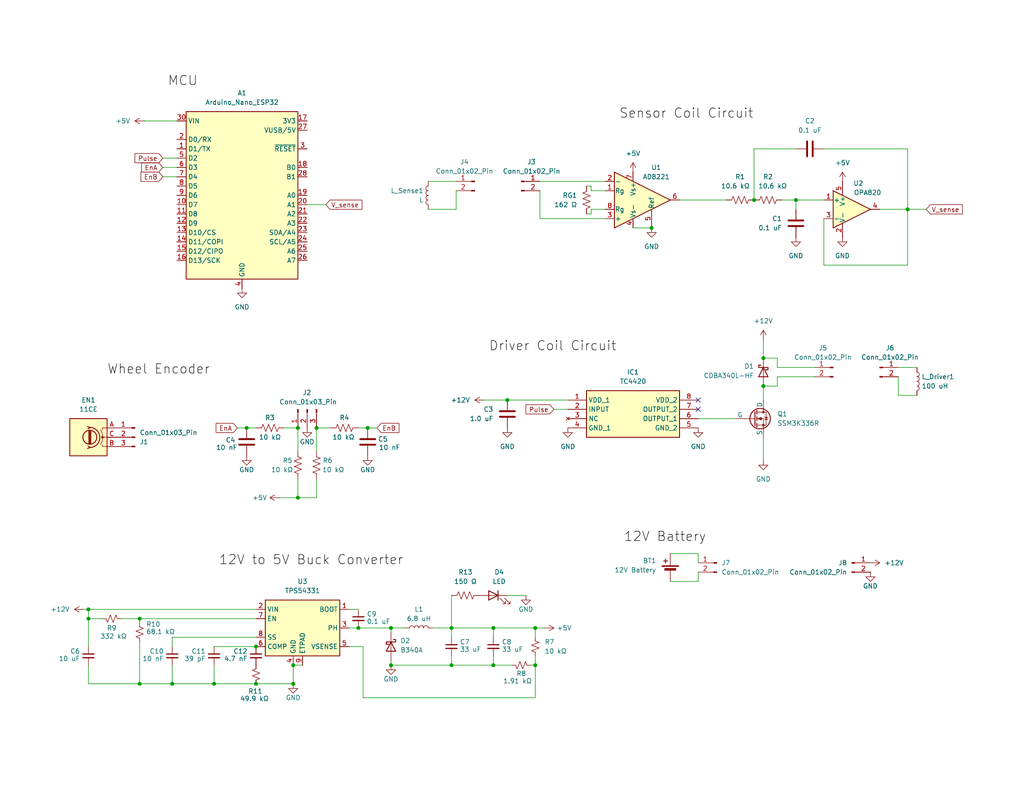
<source format=kicad_sch>
(kicad_sch (version 20250114) (generator "eeschema") (generator_version "9.0")
  (paper "USLetter")
  (title_block (title "NDT Scanner Device") (date "2025-11-24") (rev "3"))
  (lib_symbols
    (symbol "Amplifier_Instrumentation:AD620" (pin_names (offset 0.127))
      (property "Reference" "U" (at 3.81 7.62 0))
      (property "Value" "AD620" (at 5.08 5.08 0))
      (symbol "AD620_0_1"
        (polyline (pts (xy -7.62 7.62) (xy -7.62 -7.62) (xy 7.62 0) (xy -7.62 7.62)) (stroke (width 0.254)) (fill (type background)))
      )
      (symbol "AD620_1_1"
        (pin input line (at -10.16 5.08 0) (length 2.54) (name "-") (number "2"))
        (pin passive line (at -10.16 2.54 0) (length 2.54) (name "Rg") (number "1"))
        (pin passive line (at -10.16 -2.54 0) (length 2.54) (name "Rg") (number "8"))
        (pin input line (at -10.16 -5.08 0) (length 2.54) (name "+") (number "3"))
        (pin power_in line (at -2.54 7.62 270) (length 2.54) (name "Vs+") (number "7"))
        (pin power_in line (at -2.54 -7.62 90) (length 2.54) (name "Vs-") (number "4"))
        (pin passive line (at 2.54 -7.62 90) (length 5.08) (name "Ref") (number "5"))
        (pin output line (at 10.16 0 180) (length 2.54) (name "~") (number "6"))
      )
    )
    (symbol "Amplifier_Operational:TLV172IDCK" (pin_names (offset 0.127))
      (property "Reference" "U" (at 7.62 2.54 0))
      (property "Value" "TLV172IDCK" (at 11.43 -2.54 0))
      (symbol "TLV172IDCK_0_1"
        (polyline (pts (xy -2.54 5.08) (xy -2.54 -5.08) (xy 7.62 0) (xy -2.54 5.08)) (stroke (width 0.254)) (fill (type background)))
      )
      (symbol "TLV172IDCK_1_1"
        (pin input line (at -5.08 2.54 0) (length 2.54) (name "+") (number "1"))
        (pin input line (at -5.08 -2.54 0) (length 2.54) (name "-") (number "3"))
        (pin power_in line (at 0 7.62 270) (length 3.81) (name "V+") (number "5"))
        (pin power_in line (at 0 -7.62 90) (length 3.81) (name "V-") (number "2"))
        (pin output line (at 10.16 0 180) (length 2.54) (name "~") (number "4"))
      )
    )
    (symbol "Connector:Conn_01x02_Pin" (pin_names (offset 1.016) (hide yes))
      (property "Reference" "J" (at 0 2.54 0))
      (property "Value" "Conn_01x02_Pin" (at 0 -5.08 0))
      (symbol "Conn_01x02_Pin_1_1"
        (rectangle (start 0.8636 0.127) (end 0 -0.127) (stroke (width 0.1524)) (fill (type outline)))
        (rectangle (start 0.8636 -2.413) (end 0 -2.667) (stroke (width 0.1524)) (fill (type outline)))
        (polyline (pts (xy 1.27 0) (xy 0.8636 0)) (stroke (width 0.1524)))
        (polyline (pts (xy 1.27 -2.54) (xy 0.8636 -2.54)) (stroke (width 0.1524)))
        (pin passive line (at 5.08 0 180) (length 3.81) (name "Pin_1") (number "1"))
        (pin passive line (at 5.08 -2.54 180) (length 3.81) (name "Pin_2") (number "2"))
      )
    )
    (symbol "Connector:Conn_01x03_Pin" (pin_names (offset 1.016) (hide yes))
      (property "Reference" "J" (at 0 5.08 0))
      (property "Value" "Conn_01x03_Pin" (at 0 -5.08 0))
      (symbol "Conn_01x03_Pin_1_1"
        (rectangle (start 0.8636 2.667) (end 0 2.413) (stroke (width 0.1524)) (fill (type outline)))
        (rectangle (start 0.8636 0.127) (end 0 -0.127) (stroke (width 0.1524)) (fill (type outline)))
        (rectangle (start 0.8636 -2.413) (end 0 -2.667) (stroke (width 0.1524)) (fill (type outline)))
        (polyline (pts (xy 1.27 2.54) (xy 0.8636 2.54)) (stroke (width 0.1524)))
        (polyline (pts (xy 1.27 0) (xy 0.8636 0)) (stroke (width 0.1524)))
        (polyline (pts (xy 1.27 -2.54) (xy 0.8636 -2.54)) (stroke (width 0.1524)))
        (pin passive line (at 5.08 2.54 180) (length 3.81) (name "Pin_1") (number "1"))
        (pin passive line (at 5.08 0 180) (length 3.81) (name "Pin_2") (number "2"))
        (pin passive line (at 5.08 -2.54 180) (length 3.81) (name "Pin_3") (number "3"))
      )
    )
    (symbol "Device:Battery_Cell" (pin_numbers (hide yes)) (pin_names (offset 0) (hide yes))
      (property "Reference" "BT" (at 2.54 2.54 0))
      (property "Value" "Battery_Cell" (at 2.54 0 0))
      (symbol "Battery_Cell_0_1"
        (rectangle (start -2.286 1.778) (end 2.286 1.524) (fill (type outline)))
        (rectangle (start -1.524 1.016) (end 1.524 0.508) (fill (type outline)))
        (polyline (pts (xy 0 1.778) (xy 0 2.54)))
        (polyline (pts (xy 0 0.762) (xy 0 0)))
        (polyline (pts (xy 0.762 3.048) (xy 1.778 3.048)) (stroke (width 0.254)))
        (polyline (pts (xy 1.27 3.556) (xy 1.27 2.54)) (stroke (width 0.254)))
      )
      (symbol "Battery_Cell_1_1"
        (pin passive line (at 0 5.08 270) (length 2.54) (name "+") (number "1"))
        (pin passive line (at 0 -2.54 90) (length 2.54) (name "-") (number "2"))
      )
    )
    (symbol "Device:C" (pin_numbers (hide yes)) (pin_names (offset 0.254))
      (property "Reference" "C" (at 0.635 2.54 0))
      (property "Value" "C" (at 0.635 -2.54 0))
      (symbol "C_0_1"
        (polyline (pts (xy -2.032 0.762) (xy 2.032 0.762)) (stroke (width 0.508)))
        (polyline (pts (xy -2.032 -0.762) (xy 2.032 -0.762)) (stroke (width 0.508)))
      )
      (symbol "C_1_1"
        (pin passive line (at 0 3.81 270) (length 2.794) (name "~") (number "1"))
        (pin passive line (at 0 -3.81 90) (length 2.794) (name "~") (number "2"))
      )
    )
    (symbol "Device:C_Small" (pin_numbers (hide yes)) (pin_names (offset 0.254) (hide yes))
      (property "Reference" "C" (at 0.254 1.778 0))
      (property "Value" "C_Small" (at 0.254 -2.032 0))
      (symbol "C_Small_0_1"
        (polyline (pts (xy -1.524 0.508) (xy 1.524 0.508)) (stroke (width 0.3048)))
        (polyline (pts (xy -1.524 -0.508) (xy 1.524 -0.508)) (stroke (width 0.3302)))
      )
      (symbol "C_Small_1_1"
        (pin passive line (at 0 2.54 270) (length 2.032) (name "~") (number "1"))
        (pin passive line (at 0 -2.54 90) (length 2.032) (name "~") (number "2"))
      )
    )
    (symbol "Device:D_Schottky" (pin_numbers (hide yes)) (pin_names (offset 1.016) (hide yes))
      (property "Reference" "D" (at 0 2.54 0))
      (property "Value" "D_Schottky" (at 0 -2.54 0))
      (symbol "D_Schottky_0_1"
        (polyline (pts (xy -1.905 0.635) (xy -1.905 1.27) (xy -1.27 1.27) (xy -1.27 -1.27) (xy -0.635 -1.27) (xy -0.635 -0.635)) (stroke (width 0.254)))
        (polyline (pts (xy 1.27 1.27) (xy 1.27 -1.27) (xy -1.27 0) (xy 1.27 1.27)) (stroke (width 0.254)))
        (polyline (pts (xy 1.27 0) (xy -1.27 0)))
      )
      (symbol "D_Schottky_1_1"
        (pin passive line (at -3.81 0 0) (length 2.54) (name "K") (number "1"))
        (pin passive line (at 3.81 0 180) (length 2.54) (name "A") (number "2"))
      )
    )
    (symbol "Device:L" (pin_numbers (hide yes)) (pin_names (offset 1.016) (hide yes))
      (property "Reference" "L" (at -1.27 0 90))
      (property "Value" "L" (at 1.905 0 90))
      (symbol "L_0_1"
        (arc (start 0 2.54) (mid 0.6323 1.905) (end 0 1.27))
        (arc (start 0 1.27) (mid 0.6323 0.635) (end 0 0))
        (arc (start 0 0) (mid 0.6323 -0.635) (end 0 -1.27))
        (arc (start 0 -1.27) (mid 0.6323 -1.905) (end 0 -2.54))
      )
      (symbol "L_1_1"
        (pin passive line (at 0 3.81 270) (length 1.27) (name "1") (number "1"))
        (pin passive line (at 0 -3.81 90) (length 1.27) (name "2") (number "2"))
      )
    )
    (symbol "Device:LED" (pin_numbers (hide yes)) (pin_names (offset 1.016) (hide yes))
      (property "Reference" "D" (at 0 2.54 0))
      (property "Value" "LED" (at 0 -2.54 0))
      (symbol "LED_0_1"
        (polyline (pts (xy -3.048 -0.762) (xy -4.572 -2.286) (xy -3.81 -2.286) (xy -4.572 -2.286) (xy -4.572 -1.524)))
        (polyline (pts (xy -1.778 -0.762) (xy -3.302 -2.286) (xy -2.54 -2.286) (xy -3.302 -2.286) (xy -3.302 -1.524)))
        (polyline (pts (xy -1.27 0) (xy 1.27 0)))
        (polyline (pts (xy -1.27 -1.27) (xy -1.27 1.27)) (stroke (width 0.254)))
        (polyline (pts (xy 1.27 -1.27) (xy 1.27 1.27) (xy -1.27 0) (xy 1.27 -1.27)) (stroke (width 0.254)))
      )
      (symbol "LED_1_1"
        (pin passive line (at -3.81 0 0) (length 2.54) (name "K") (number "1"))
        (pin passive line (at 3.81 0 180) (length 2.54) (name "A") (number "2"))
      )
    )
    (symbol "Device:R_Small_US" (pin_numbers (hide yes)) (pin_names (offset 0.254) (hide yes))
      (property "Reference" "R" (at 0.762 0.508 0))
      (property "Value" "R_Small_US" (at 0.762 -1.016 0))
      (symbol "R_Small_US_1_1"
        (polyline (pts (xy 0 1.524) (xy 1.016 1.143) (xy 0 0.762) (xy -1.016 0.381) (xy 0 0)))
        (polyline (pts (xy 0 0) (xy 1.016 -0.381) (xy 0 -0.762) (xy -1.016 -1.143) (xy 0 -1.524)))
        (pin passive line (at 0 2.54 270) (length 1.016) (name "~") (number "1"))
        (pin passive line (at 0 -2.54 90) (length 1.016) (name "~") (number "2"))
      )
    )
    (symbol "Device:R_US" (pin_numbers (hide yes)) (pin_names (offset 0))
      (property "Reference" "R" (at 2.54 0 90))
      (property "Value" "R_US" (at -2.54 0 90))
      (symbol "R_US_0_1"
        (polyline (pts (xy 0 2.286) (xy 0 2.54)))
        (polyline (pts (xy 0 2.286) (xy 1.016 1.905) (xy 0 1.524) (xy -1.016 1.143) (xy 0 0.762)))
        (polyline (pts (xy 0 0.762) (xy 1.016 0.381) (xy 0 0) (xy -1.016 -0.381) (xy 0 -0.762)))
        (polyline (pts (xy 0 -0.762) (xy 1.016 -1.143) (xy 0 -1.524) (xy -1.016 -1.905) (xy 0 -2.286)))
        (polyline (pts (xy 0 -2.286) (xy 0 -2.54)))
      )
      (symbol "R_US_1_1"
        (pin passive line (at 0 3.81 270) (length 1.27) (name "~") (number "1"))
        (pin passive line (at 0 -3.81 90) (length 1.27) (name "~") (number "2"))
      )
    )
    (symbol "Device:RotaryEncoder" (pin_names (offset 0.254) (hide yes))
      (property "Reference" "SW" (at 0 6.604 0))
      (property "Value" "RotaryEncoder" (at 0 -6.604 0))
      (symbol "RotaryEncoder_0_1"
        (rectangle (start -5.08 5.08) (end 5.08 -5.08) (stroke (width 0.254)) (fill (type background)))
        (polyline (pts (xy -5.08 2.54) (xy -3.81 2.54) (xy -3.81 2.032)))
        (polyline (pts (xy -5.08 0) (xy -3.81 0) (xy -3.81 -1.016) (xy -3.302 -2.032)))
        (polyline (pts (xy -5.08 -2.54) (xy -3.81 -2.54) (xy -3.81 -2.032)))
        (polyline (pts (xy -4.318 0) (xy -3.81 0) (xy -3.81 1.016) (xy -3.302 2.032)))
        (circle (center -3.81 0) (radius 0.254) (fill (type outline)))
        (polyline (pts (xy -0.635 -1.778) (xy -0.635 1.778)) (stroke (width 0.254)))
        (circle (center -0.381 0) (radius 1.905) (stroke (width 0.254)))
        (polyline (pts (xy -0.381 -1.778) (xy -0.381 1.778)) (stroke (width 0.254)))
        (arc (start -0.381 -2.794) (mid -3.0988 -0.0635) (end -0.381 2.667) (stroke (width 0.254)))
        (polyline (pts (xy -0.127 1.778) (xy -0.127 -1.778)) (stroke (width 0.254)))
        (polyline (pts (xy 0.254 2.921) (xy -0.508 2.667) (xy 0.127 2.286)) (stroke (width 0.254)))
        (polyline (pts (xy 0.254 -3.048) (xy -0.508 -2.794) (xy 0.127 -2.413)) (stroke (width 0.254)))
      )
      (symbol "RotaryEncoder_1_1"
        (pin passive line (at -7.62 2.54 0) (length 2.54) (name "A") (number "A"))
        (pin passive line (at -7.62 0 0) (length 2.54) (name "C") (number "C"))
        (pin passive line (at -7.62 -2.54 0) (length 2.54) (name "B") (number "B"))
      )
    )
    (symbol "Diode:SS34" (pin_numbers (hide yes)) (pin_names (offset 1.016) (hide yes))
      (property "Reference" "D" (at 0 2.54 0))
      (property "Value" "SS34" (at 0 -2.54 0))
      (symbol "SS34_0_1"
        (polyline (pts (xy -1.905 0.635) (xy -1.905 1.27) (xy -1.27 1.27) (xy -1.27 -1.27) (xy -0.635 -1.27) (xy -0.635 -0.635)) (stroke (width 0.254)))
        (polyline (pts (xy 1.27 1.27) (xy 1.27 -1.27) (xy -1.27 0) (xy 1.27 1.27)) (stroke (width 0.254)))
        (polyline (pts (xy 1.27 0) (xy -1.27 0)))
      )
      (symbol "SS34_1_1"
        (pin passive line (at -3.81 0 0) (length 2.54) (name "K") (number "1"))
        (pin passive line (at 3.81 0 180) (length 2.54) (name "A") (number "2"))
      )
    )
    (symbol "MCU_Module:Arduino_Nano_ESP32"
      (property "Reference" "A" (at -14.986 23.622 0))
      (property "Value" "Arduino_Nano_ESP32" (at 3.81 -25.654 0))
      (symbol "Arduino_Nano_ESP32_0_1"
        (rectangle (start -15.24 22.86) (end 15.24 -22.86) (stroke (width 0.254)) (fill (type background)))
      )
      (symbol "Arduino_Nano_ESP32_1_1"
        (pin power_in line (at -17.78 20.32 0) (length 2.54) (name "VIN") (number "30"))
        (pin bidirectional line (at -17.78 15.24 0) (length 2.54) (name "D0/RX") (number "2"))
        (pin bidirectional line (at -17.78 12.7 0) (length 2.54) (name "D1/TX") (number "1"))
        (pin bidirectional line (at -17.78 10.16 0) (length 2.54) (name "D2") (number "5"))
        (pin bidirectional line (at -17.78 7.62 0) (length 2.54) (name "D3") (number "6"))
        (pin bidirectional line (at -17.78 5.08 0) (length 2.54) (name "D4") (number "7"))
        (pin bidirectional line (at -17.78 2.54 0) (length 2.54) (name "D5") (number "8"))
        (pin bidirectional line (at -17.78 0 0) (length 2.54) (name "D6") (number "9"))
        (pin bidirectional line (at -17.78 -2.54 0) (length 2.54) (name "D7") (number "10"))
        (pin bidirectional line (at -17.78 -5.08 0) (length 2.54) (name "D8") (number "11"))
        (pin bidirectional line (at -17.78 -7.62 0) (length 2.54) (name "D9") (number "12"))
        (pin bidirectional line (at -17.78 -10.16 0) (length 2.54) (name "D10/CS") (number "13"))
        (pin bidirectional line (at -17.78 -12.7 0) (length 2.54) (name "D11/COPI") (number "14"))
        (pin bidirectional line (at -17.78 -15.24 0) (length 2.54) (name "D12/CIPO") (number "15"))
        (pin bidirectional line (at -17.78 -17.78 0) (length 2.54) (name "D13/SCK") (number "16"))
        (pin passive line (at 0 -25.4 90) (length 2.54) (hide yes) (name "GND") (number "29"))
        (pin power_in line (at 0 -25.4 90) (length 2.54) (name "GND") (number "4"))
        (pin power_out line (at 17.78 20.32 180) (length 2.54) (name "3V3") (number "17"))
        (pin power_out line (at 17.78 17.78 180) (length 2.54) (name "VUSB/5V") (number "27"))
        (pin input line (at 17.78 12.7 180) (length 2.54) (name "~{RESET}") (number "3"))
        (pin bidirectional line (at 17.78 7.62 180) (length 2.54) (name "B0") (number "18"))
        (pin bidirectional line (at 17.78 5.08 180) (length 2.54) (name "B1") (number "28"))
        (pin bidirectional line (at 17.78 0 180) (length 2.54) (name "A0") (number "19"))
        (pin bidirectional line (at 17.78 -2.54 180) (length 2.54) (name "A1") (number "20"))
        (pin bidirectional line (at 17.78 -5.08 180) (length 2.54) (name "A2") (number "21"))
        (pin bidirectional line (at 17.78 -7.62 180) (length 2.54) (name "A3") (number "22"))
        (pin bidirectional line (at 17.78 -10.16 180) (length 2.54) (name "SDA/A4") (number "23"))
        (pin bidirectional line (at 17.78 -12.7 180) (length 2.54) (name "SCL/A5") (number "24"))
        (pin bidirectional line (at 17.78 -15.24 180) (length 2.54) (name "A6") (number "25"))
        (pin bidirectional line (at 17.78 -17.78 180) (length 2.54) (name "A7") (number "26"))
      )
    )
    (symbol "Regulator_Switching:TPS54336ADDA"
      (property "Reference" "U" (at -8.89 8.89 0))
      (property "Value" "TPS54336ADDA" (at 3.81 8.89 0))
      (symbol "TPS54336ADDA_1_1"
        (rectangle (start -10.16 7.62) (end 10.16 -7.62) (stroke (width 0.254)) (fill (type background)))
        (pin power_in line (at -12.7 5.08 0) (length 2.54) (name "VIN") (number "2"))
        (pin input line (at -12.7 2.54 0) (length 2.54) (name "EN") (number "7"))
        (pin output line (at -12.7 -2.54 0) (length 2.54) (name "SS") (number "8"))
        (pin output line (at -12.7 -5.08 0) (length 2.54) (name "COMP") (number "6"))
        (pin power_in line (at -2.54 -10.16 90) (length 2.54) (name "GND") (number "4"))
        (pin power_in line (at 0 -10.16 90) (length 2.54) (name "ETPAD") (number "9"))
        (pin output line (at 12.7 5.08 180) (length 2.54) (name "BOOT") (number "1"))
        (pin output line (at 12.7 0 180) (length 2.54) (name "PH") (number "3"))
        (pin input line (at 12.7 -5.08 180) (length 2.54) (name "VSENSE") (number "5"))
      )
    )
    (symbol "Simulation_SPICE:NMOS" (pin_numbers (hide yes)) (pin_names (offset 0))
      (property "Reference" "Q" (at 5.08 1.27 0))
      (property "Value" "NMOS" (at 5.08 -1.27 0))
      (symbol "NMOS_0_1"
        (polyline (pts (xy 0.254 1.905) (xy 0.254 -1.905)) (stroke (width 0.254)))
        (polyline (pts (xy 0.254 0) (xy -2.54 0)))
        (polyline (pts (xy 0.762 2.286) (xy 0.762 1.27)) (stroke (width 0.254)))
        (polyline (pts (xy 0.762 0.508) (xy 0.762 -0.508)) (stroke (width 0.254)))
        (polyline (pts (xy 0.762 -1.27) (xy 0.762 -2.286)) (stroke (width 0.254)))
        (polyline (pts (xy 0.762 -1.778) (xy 3.302 -1.778) (xy 3.302 1.778) (xy 0.762 1.778)))
        (polyline (pts (xy 1.016 0) (xy 2.032 0.381) (xy 2.032 -0.381) (xy 1.016 0)) (fill (type outline)))
        (circle (center 1.651 0) (radius 2.794) (stroke (width 0.254)))
        (polyline (pts (xy 2.54 2.54) (xy 2.54 1.778)))
        (circle (center 2.54 1.778) (radius 0.254) (fill (type outline)))
        (circle (center 2.54 -1.778) (radius 0.254) (fill (type outline)))
        (polyline (pts (xy 2.54 -2.54) (xy 2.54 0) (xy 0.762 0)))
        (polyline (pts (xy 2.794 0.508) (xy 2.921 0.381) (xy 3.683 0.381) (xy 3.81 0.254)))
        (polyline (pts (xy 3.302 0.381) (xy 2.921 -0.254) (xy 3.683 -0.254) (xy 3.302 0.381)))
      )
      (symbol "NMOS_1_1"
        (pin input line (at -5.08 0 0) (length 2.54) (name "G") (number "2"))
        (pin passive line (at 2.54 5.08 270) (length 2.54) (name "D") (number "1"))
        (pin passive line (at 2.54 -5.08 90) (length 2.54) (name "S") (number "3"))
      )
    )
    (symbol "TC4429:TC4429EOA"
      (property "Reference" "IC1" (at 17.78 7.62 0))
      (property "Value" "TC4420EOA" (at 17.78 5.08 0))
      (symbol "TC4429EOA_1_1"
        (rectangle (start 5.08 2.54) (end 30.48 -10.16) (stroke (width 0.254)) (fill (type background)))
        (pin passive line (at 0 0 0) (length 5.08) (name "VDD_1") (number "1"))
        (pin passive line (at 0 -2.54 0) (length 5.08) (name "INPUT") (number "2"))
        (pin no_connect line (at 0 -5.08 0) (length 5.08) (name "NC") (number "3"))
        (pin passive line (at 0 -7.62 0) (length 5.08) (name "GND_1") (number "4"))
        (pin passive line (at 35.56 0 180) (length 5.08) (name "VDD_2") (number "8"))
        (pin passive line (at 35.56 -2.54 180) (length 5.08) (name "OUTPUT_2") (number "7"))
        (pin passive line (at 35.56 -5.08 180) (length 5.08) (name "OUTPUT_1") (number "6"))
        (pin passive line (at 35.56 -7.62 180) (length 5.08) (name "GND_2") (number "5"))
      )
    )
    (symbol "power:+12V" (power) (pin_numbers (hide yes)) (pin_names (offset 0) (hide yes))
      (property "Value" "+12V" (at 0 3.556 0))
      (symbol "+12V_0_1"
        (polyline (pts (xy -0.762 1.27) (xy 0 2.54)))
        (polyline (pts (xy 0 2.54) (xy 0.762 1.27)))
        (polyline (pts (xy 0 0) (xy 0 2.54)))
      )
      (symbol "+12V_1_1"
        (pin power_in line (at 0 0 90) (length 0) (name "~") (number "1"))
      )
    )
    (symbol "power:+5V" (power) (pin_numbers (hide yes)) (pin_names (offset 0) (hide yes))
      (property "Value" "+5V" (at 0 3.556 0))
      (symbol "+5V_0_1"
        (polyline (pts (xy -0.762 1.27) (xy 0 2.54)))
        (polyline (pts (xy 0 2.54) (xy 0.762 1.27)))
        (polyline (pts (xy 0 0) (xy 0 2.54)))
      )
      (symbol "+5V_1_1"
        (pin power_in line (at 0 0 90) (length 0) (name "~") (number "1"))
      )
    )
    (symbol "power:GND" (power) (pin_numbers (hide yes)) (pin_names (offset 0) (hide yes))
      (property "Value" "GND" (at 0 -3.81 0))
      (symbol "GND_0_1"
        (polyline (pts (xy 0 0) (xy 0 -1.27) (xy 1.27 -1.27) (xy 0 -2.54) (xy -1.27 -1.27) (xy 0 -1.27)))
      )
      (symbol "GND_1_1"
        (pin power_in line (at 0 0 270) (length 0) (name "~") (number "1"))
      )
    )
  )
  (junction (at 67.31 116.84))
  (junction (at 208.28 105.41))
  (junction (at 146.05 181.61))
  (junction (at 86.36 116.84))
  (junction (at 205.74 54.61))
  (junction (at 97.79 171.45))
  (junction (at 134.62 181.61))
  (junction (at 69.85 186.69))
  (junction (at 123.19 181.61))
  (junction (at 81.28 135.89))
  (junction (at 146.05 171.45))
  (junction (at 106.68 181.61))
  (junction (at 247.65 57.15))
  (junction (at 24.13 166.37))
  (junction (at 208.28 97.79))
  (junction (at 106.68 171.45))
  (junction (at 38.1 168.91))
  (junction (at 80.01 186.69))
  (junction (at 46.99 186.69))
  (junction (at 100.33 116.84))
  (junction (at 58.42 186.69))
  (junction (at 69.85 176.53))
  (junction (at 81.28 116.84))
  (junction (at 138.43 109.22))
  (junction (at 123.19 171.45))
  (junction (at 177.8 62.23))
  (junction (at 24.13 168.91))
  (junction (at 80.01 181.61))
  (junction (at 217.17 54.61))
  (junction (at 38.1 186.69))
  (junction (at 134.62 171.45))
  (no_connect (at 190.5 111.76))
  (no_connect (at 190.5 109.22))
  (wire (pts (xy 95.25 176.53) (xy 99.06 176.53)))
  (wire (pts (xy 224.79 40.64) (xy 247.65 40.64)))
  (wire (pts (xy 217.17 40.64) (xy 205.74 40.64)))
  (wire (pts (xy 247.65 40.64) (xy 247.65 57.15)))
  (wire (pts (xy 222.25 100.33) (xy 212.09 100.33)))
  (wire (pts (xy 247.65 57.15) (xy 247.65 72.39)))
  (wire (pts (xy 147.32 49.53) (xy 165.1 49.53)))
  (wire (pts (xy 106.68 180.34) (xy 106.68 181.61)))
  (wire (pts (xy 161.29 57.15) (xy 165.1 57.15)))
  (wire (pts (xy 38.1 168.91) (xy 69.85 168.91)))
  (wire (pts (xy 160.02 50.8) (xy 161.29 50.8)))
  (wire (pts (xy 146.05 171.45) (xy 146.05 173.99)))
  (wire (pts (xy 212.09 102.87) (xy 222.25 102.87)))
  (wire (pts (xy 146.05 171.45) (xy 148.59 171.45)))
  (wire (pts (xy 123.19 171.45) (xy 134.62 171.45)))
  (wire (pts (xy 106.68 171.45) (xy 110.49 171.45)))
  (wire (pts (xy 46.99 181.61) (xy 46.99 186.69)))
  (wire (pts (xy 80.01 181.61) (xy 80.01 186.69)))
  (wire (pts (xy 212.09 100.33) (xy 212.09 97.79)))
  (wire (pts (xy 134.62 181.61) (xy 139.7 181.61)))
  (wire (pts (xy 190.5 151.13) (xy 190.5 153.67)))
  (wire (pts (xy 27.94 168.91) (xy 24.13 168.91)))
  (wire (pts (xy 95.25 166.37) (xy 97.79 166.37)))
  (wire (pts (xy 212.09 105.41) (xy 212.09 102.87)))
  (wire (pts (xy 208.28 92.71) (xy 208.28 97.79)))
  (wire (pts (xy 185.42 54.61) (xy 198.12 54.61)))
  (wire (pts (xy 123.19 162.56) (xy 123.19 171.45)))
  (wire (pts (xy 182.88 158.75) (xy 190.5 158.75)))
  (wire (pts (xy 205.74 40.64) (xy 205.74 54.61)))
  (wire (pts (xy 161.29 58.42) (xy 161.29 57.15)))
  (wire (pts (xy 138.43 109.22) (xy 154.94 109.22)))
  (wire (pts (xy 217.17 54.61) (xy 217.17 57.15)))
  (wire (pts (xy 138.43 162.56) (xy 143.51 162.56)))
  (wire (pts (xy 217.17 54.61) (xy 213.36 54.61)))
  (wire (pts (xy 39.37 33.02) (xy 48.26 33.02)))
  (wire (pts (xy 247.65 57.15) (xy 252.73 57.15)))
  (wire (pts (xy 100.33 116.84) (xy 102.87 116.84)))
  (wire (pts (xy 224.79 72.39) (xy 224.79 59.69)))
  (wire (pts (xy 86.36 130.81) (xy 86.36 135.89)))
  (wire (pts (xy 208.28 119.38) (xy 208.28 125.73)))
  (wire (pts (xy 46.99 186.69) (xy 58.42 186.69)))
  (wire (pts (xy 116.84 49.53) (xy 124.46 49.53)))
  (wire (pts (xy 240.03 57.15) (xy 247.65 57.15)))
  (wire (pts (xy 182.88 151.13) (xy 190.5 151.13)))
  (wire (pts (xy 147.32 52.07) (xy 147.32 59.69)))
  (wire (pts (xy 86.36 135.89) (xy 81.28 135.89)))
  (wire (pts (xy 161.29 50.8) (xy 161.29 52.07)))
  (wire (pts (xy 24.13 186.69) (xy 38.1 186.69)))
  (wire (pts (xy 250.19 107.95) (xy 245.11 107.95)))
  (wire (pts (xy 132.08 109.22) (xy 138.43 109.22)))
  (wire (pts (xy 146.05 190.5) (xy 146.05 181.61)))
  (wire (pts (xy 245.11 100.33) (xy 250.19 100.33)))
  (wire (pts (xy 81.28 130.81) (xy 81.28 135.89)))
  (wire (pts (xy 77.47 116.84) (xy 81.28 116.84)))
  (wire (pts (xy 33.02 168.91) (xy 38.1 168.91)))
  (wire (pts (xy 46.99 176.53) (xy 46.99 173.99)))
  (wire (pts (xy 118.11 171.45) (xy 123.19 171.45)))
  (wire (pts (xy 151.13 111.76) (xy 154.94 111.76)))
  (wire (pts (xy 124.46 57.15) (xy 124.46 52.07)))
  (wire (pts (xy 106.68 181.61) (xy 123.19 181.61)))
  (wire (pts (xy 69.85 186.69) (xy 80.01 186.69)))
  (wire (pts (xy 64.77 116.84) (xy 67.31 116.84)))
  (wire (pts (xy 86.36 116.84) (xy 86.36 123.19)))
  (wire (pts (xy 172.72 62.23) (xy 177.8 62.23)))
  (wire (pts (xy 58.42 176.53) (xy 69.85 176.53)))
  (wire (pts (xy 24.13 166.37) (xy 69.85 166.37)))
  (wire (pts (xy 97.79 116.84) (xy 100.33 116.84)))
  (wire (pts (xy 144.78 181.61) (xy 146.05 181.61)))
  (wire (pts (xy 38.1 175.26) (xy 38.1 186.69)))
  (wire (pts (xy 44.45 48.26) (xy 48.26 48.26)))
  (wire (pts (xy 190.5 158.75) (xy 190.5 156.21)))
  (wire (pts (xy 123.19 171.45) (xy 123.19 173.99)))
  (wire (pts (xy 38.1 168.91) (xy 38.1 170.18)))
  (wire (pts (xy 147.32 59.69) (xy 165.1 59.69)))
  (wire (pts (xy 146.05 179.07) (xy 146.05 181.61)))
  (wire (pts (xy 208.28 105.41) (xy 212.09 105.41)))
  (wire (pts (xy 161.29 52.07) (xy 165.1 52.07)))
  (wire (pts (xy 58.42 181.61) (xy 58.42 186.69)))
  (wire (pts (xy 80.01 181.61) (xy 82.55 181.61)))
  (wire (pts (xy 81.28 116.84) (xy 81.28 123.19)))
  (wire (pts (xy 44.45 45.72) (xy 48.26 45.72)))
  (wire (pts (xy 245.11 107.95) (xy 245.11 102.87)))
  (wire (pts (xy 86.36 116.84) (xy 90.17 116.84)))
  (wire (pts (xy 22.86 166.37) (xy 24.13 166.37)))
  (wire (pts (xy 83.82 55.88) (xy 88.9 55.88)))
  (wire (pts (xy 67.31 116.84) (xy 69.85 116.84)))
  (wire (pts (xy 81.28 135.89) (xy 76.2 135.89)))
  (wire (pts (xy 58.42 186.69) (xy 69.85 186.69)))
  (wire (pts (xy 160.02 58.42) (xy 161.29 58.42)))
  (wire (pts (xy 24.13 181.61) (xy 24.13 186.69)))
  (wire (pts (xy 97.79 171.45) (xy 106.68 171.45)))
  (wire (pts (xy 116.84 57.15) (xy 124.46 57.15)))
  (wire (pts (xy 123.19 179.07) (xy 123.19 181.61)))
  (wire (pts (xy 123.19 181.61) (xy 134.62 181.61)))
  (wire (pts (xy 134.62 171.45) (xy 146.05 171.45)))
  (wire (pts (xy 224.79 72.39) (xy 247.65 72.39)))
  (wire (pts (xy 106.68 171.45) (xy 106.68 172.72)))
  (wire (pts (xy 46.99 173.99) (xy 69.85 173.99)))
  (wire (pts (xy 208.28 105.41) (xy 208.28 109.22)))
  (wire (pts (xy 99.06 190.5) (xy 146.05 190.5)))
  (wire (pts (xy 99.06 176.53) (xy 99.06 190.5)))
  (wire (pts (xy 24.13 168.91) (xy 24.13 176.53)))
  (wire (pts (xy 38.1 186.69) (xy 46.99 186.69)))
  (wire (pts (xy 134.62 171.45) (xy 134.62 173.99)))
  (wire (pts (xy 24.13 166.37) (xy 24.13 168.91)))
  (wire (pts (xy 134.62 179.07) (xy 134.62 181.61)))
  (wire (pts (xy 95.25 171.45) (xy 97.79 171.45)))
  (wire (pts (xy 212.09 97.79) (xy 208.28 97.79)))
  (wire (pts (xy 224.79 54.61) (xy 217.17 54.61)))
  (wire (pts (xy 190.5 114.3) (xy 200.66 114.3)))
  (wire (pts (xy 44.45 43.18) (xy 48.26 43.18)))
  (label "MCU" (at 45.72 24.13 0) (effects (font (size 2.54 2.54))))
  (label "Driver Coil Circuit" (at 133.35 96.52 0) (effects (font (size 2.54 2.54))))
  (label "12V to 5V Buck Converter" (at 59.69 154.94 0) (effects (font (size 2.54 2.54))))
  (label "12V Battery" (at 170.18 148.59 0) (effects (font (size 2.54 2.54))))
  (label "Sensor Coil Circuit" (at 168.91 33.02 0) (effects (font (size 2.54 2.54))))
  (label "Wheel Encoder" (at 29.21 102.87 0) (effects (font (size 2.54 2.54))))
  (global_label "Pulse" (shape input) (at 151.13 111.76 180) (property "Intersheetrefs" "${INTERSHEET_REFS}" (effects (hide yes))))
  (global_label "Pulse" (shape input) (at 44.45 43.18 180) (property "Intersheetrefs" "${INTERSHEET_REFS}" (effects (hide yes))))
  (global_label "EnB" (shape input) (at 44.45 48.26 180) (property "Intersheetrefs" "${INTERSHEET_REFS}" (effects (hide yes))))
  (global_label "V_sense" (shape input) (at 88.9 55.88 0) (property "Intersheetrefs" "${INTERSHEET_REFS}" (effects (hide yes))))
  (global_label "EnB" (shape input) (at 102.87 116.84 0) (property "Intersheetrefs" "${INTERSHEET_REFS}" (effects (hide yes))))
  (global_label "EnA" (shape input) (at 44.45 45.72 180) (property "Intersheetrefs" "${INTERSHEET_REFS}" (effects (hide yes))))
  (global_label "V_sense" (shape input) (at 252.73 57.15 0) (property "Intersheetrefs" "${INTERSHEET_REFS}" (effects (hide yes))))
  (global_label "EnA" (shape input) (at 64.77 116.84 180) (property "Intersheetrefs" "${INTERSHEET_REFS}" (effects (hide yes))))
  (symbol (lib_id "Connector:Conn_01x02_Pin") (at 142.24 49.53 0) (unit 1)
    (property "Reference" "J3" (at 145.034 44.196 0))
    (property "Value" "Conn_01x02_Pin" (at 145.034 46.736 0))
    (property "Description" "Generic connector, single row, 01x02, script generated" (effects (hide yes)))
  )
  (symbol (lib_id "power:+12V") (at 22.86 166.37 90) (unit 1)
    (property "Reference" "#PWR018" (effects (hide yes)))
    (property "Value" "+12V" (at 19.05 166.3699 90) (effects (justify left)))
    (property "Description" "Power symbol creates a global label with name \"+12V\"" (effects (hide yes)))
  )
  (symbol (lib_id "power:GND") (at 177.8 62.23 0) (unit 1)
    (property "Reference" "#PWR02" (effects (hide yes)))
    (property "Value" "GND" (at 177.8 67.31 0))
    (property "Description" "Power symbol creates a global label with name \"GND\" , ground" (effects (hide yes)))
  )
  (symbol (lib_id "Device:C_Small") (at 97.79 168.91 0) (unit 1)
    (property "Reference" "C9" (at 100.076 167.64 0) (effects (justify left)))
    (property "Value" "0.1 uF" (at 100.076 169.672 0) (effects (justify left)))
    (property "Description" "Unpolarized capacitor, small symbol" (effects (hide yes)))
  )
  (symbol (lib_id "Device:C_Small") (at 46.99 179.07 0) (mirror y) (unit 1)
    (property "Reference" "C10" (at 44.704 177.8 0) (effects (justify left)))
    (property "Value" "10 nF" (at 44.704 179.832 0) (effects (justify left)))
    (property "Description" "Unpolarized capacitor, small symbol" (effects (hide yes)))
  )
  (symbol (lib_id "Connector:Conn_01x02_Pin") (at 240.03 100.33 0) (unit 1)
    (property "Reference" "J6" (at 242.824 94.996 0))
    (property "Value" "Conn_01x02_Pin" (at 242.824 97.536 0))
    (property "Description" "Generic connector, single row, 01x02, script generated" (effects (hide yes)))
  )
  (symbol (lib_id "Device:C_Small") (at 58.42 179.07 0) (mirror y) (unit 1)
    (property "Reference" "C11" (at 56.134 177.8 0) (effects (justify left)))
    (property "Value" "39 pF" (at 56.134 179.832 0) (effects (justify left)))
    (property "Description" "Unpolarized capacitor, small symbol" (effects (hide yes)))
  )
  (symbol (lib_id "power:+5V") (at 229.87 49.53 0) (unit 1)
    (property "Reference" "#PWR010" (effects (hide yes)))
    (property "Value" "+5V" (at 229.87 44.45 0))
    (property "Description" "Power symbol creates a global label with name \"+5V\"" (effects (hide yes)))
  )
  (symbol (lib_id "Connector:Conn_01x02_Pin") (at 195.58 153.67 0) (mirror y) (unit 1)
    (property "Reference" "J7" (at 196.85 153.6699 0) (effects (justify right)))
    (property "Value" "Conn_01x02_Pin" (at 196.85 156.2099 0) (effects (justify right)))
    (property "Description" "Generic connector, single row, 01x02, script generated" (effects (hide yes)))
  )
  (symbol (lib_id "Device:R_Small_US") (at 69.85 184.15 0) (mirror x) (unit 1)
    (property "Reference" "R11" (at 71.628 188.722 0) (effects (justify right)))
    (property "Value" "49.9 kΩ" (at 73.406 190.754 0) (effects (justify right)))
    (property "Description" "Resistor, small US symbol" (effects (hide yes)))
  )
  (symbol (lib_id "power:+12V") (at 208.28 92.71 0) (unit 1)
    (property "Reference" "#PWR07" (effects (hide yes)))
    (property "Value" "+12V" (at 208.28 87.63 0))
    (property "Description" "Power symbol creates a global label with name \"+12V\"" (effects (hide yes)))
  )
  (symbol (lib_id "power:GND") (at 138.43 116.84 0) (unit 1)
    (property "Reference" "#PWR019" (effects (hide yes)))
    (property "Value" "GND" (at 138.43 121.92 0))
    (property "Description" "Power symbol creates a global label with name \"GND\" , ground" (effects (hide yes)))
  )
  (symbol (lib_id "power:GND") (at 190.5 116.84 0) (unit 1)
    (property "Reference" "#PWR03" (effects (hide yes)))
    (property "Value" "GND" (at 190.5 121.92 0))
    (property "Description" "Power symbol creates a global label with name \"GND\" , ground" (effects (hide yes)))
  )
  (symbol (lib_id "Device:R_Small_US") (at 30.48 168.91 90) (mirror x) (unit 1)
    (property "Reference" "R9" (at 30.48 171.45 90))
    (property "Value" "332 kΩ" (at 30.988 173.736 90))
    (property "Description" "Resistor, small US symbol" (effects (hide yes)))
  )
  (symbol (lib_id "power:+5V") (at 148.59 171.45 270) (unit 1)
    (property "Reference" "#PWR024" (effects (hide yes)))
    (property "Value" "+5V" (at 151.892 171.45 90) (effects (justify left)))
    (property "Description" "Power symbol creates a global label with name \"+5V\"" (effects (hide yes)))
  )
  (symbol (lib_id "Device:D_Schottky") (at 106.68 176.53 270) (unit 1)
    (property "Reference" "D2" (at 109.22 174.9424 90) (effects (justify left)))
    (property "Value" "B340A" (at 109.22 177.4824 90) (effects (justify left)))
    (property "Description" "Schottky diode" (effects (hide yes)))
  )
  (symbol (lib_id "Device:Battery_Cell") (at 182.88 156.21 0) (mirror y) (unit 1)
    (property "Reference" "BT1" (at 179.07 153.0984 0) (effects (justify left)))
    (property "Value" "12V Battery" (at 179.07 155.6384 0) (effects (justify left)))
    (property "Description" "Single-cell battery" (effects (hide yes)))
  )
  (symbol (lib_id "power:+12V") (at 39.37 33.02 90) (unit 1)
    (property "Reference" "#PWR017" (effects (hide yes)))
    (property "Value" "+5V" (at 35.56 33.0199 90) (effects (justify left)))
    (property "Description" "Power symbol creates a global label with name \"+12V\"" (effects (hide yes)))
  )
  (symbol (lib_id "Device:C_Small") (at 24.13 179.07 0) (mirror y) (unit 1)
    (property "Reference" "C6" (at 21.844 177.8 0) (effects (justify left)))
    (property "Value" "10 uF" (at 21.844 179.832 0) (effects (justify left)))
    (property "Description" "Unpolarized capacitor, small symbol" (effects (hide yes)))
  )
  (symbol (lib_id "power:+12V") (at 237.49 153.67 270) (unit 1)
    (property "Reference" "#PWR012" (effects (hide yes)))
    (property "Value" "+12V" (at 241.3 153.6699 90) (effects (justify left)))
    (property "Description" "Power symbol creates a global label with name \"+12V\"" (effects (hide yes)))
  )
  (symbol (lib_id "Device:LED") (at 134.62 162.56 0) (mirror y) (unit 1)
    (property "Reference" "D4" (at 136.2075 156.21 0))
    (property "Value" "LED" (at 136.2075 158.75 0))
    (property "Description" "Light emitting diode" (effects (hide yes)))
    (property "Sim.Pins" "1=K 2=A" (effects (hide yes)))
  )
  (symbol (lib_id "power:+5V") (at 76.2 135.89 90) (unit 1)
    (property "Reference" "#PWR014" (effects (hide yes)))
    (property "Value" "+5V" (at 72.898 135.89 90) (effects (justify left)))
    (property "Description" "Power symbol creates a global label with name \"+5V\"" (effects (hide yes)))
  )
  (symbol (lib_id "power:GND") (at 143.51 162.56 0) (unit 1)
    (property "Reference" "#PWR025" (effects (hide yes)))
    (property "Value" "GND" (at 145.542 166.37 0) (effects (justify right)))
    (property "Description" "Power symbol creates a global label with name \"GND\" , ground" (effects (hide yes)))
  )
  (symbol (lib_id "Device:C") (at 220.98 40.64 90) (unit 1)
    (property "Reference" "C2" (at 220.98 33.02 90))
    (property "Value" "0.1 uF" (at 220.98 35.56 90))
    (property "Description" "Unpolarized capacitor" (effects (hide yes)))
  )
  (symbol (lib_id "power:GND") (at 237.49 156.21 0) (unit 1)
    (property "Reference" "#PWR011" (effects (hide yes)))
    (property "Value" "GND" (at 239.522 160.02 0) (effects (justify right)))
    (property "Description" "Power symbol creates a global label with name \"GND\" , ground" (effects (hide yes)))
  )
  (symbol (lib_id "Device:C_Small") (at 69.85 179.07 0) (mirror y) (unit 1)
    (property "Reference" "C12" (at 67.564 177.8 0) (effects (justify left)))
    (property "Value" "4.7 nF" (at 67.564 179.832 0) (effects (justify left)))
    (property "Description" "Unpolarized capacitor, small symbol" (effects (hide yes)))
  )
  (symbol (lib_id "Connector:Conn_01x03_Pin") (at 36.83 119.38 0) (mirror y) (unit 1)
    (property "Reference" "J1" (at 38.1 120.6501 0) (effects (justify right)))
    (property "Value" "Conn_01x03_Pin" (at 38.1 118.1101 0) (effects (justify right)))
    (property "Footprint" "Connector_JST:JST_EH_S3B-EH_1x03_P2.50mm_Horizontal" (effects (hide yes)))
    (property "Description" "Generic connector, single row, 01x03, script generated" (effects (hide yes)))
  )
  (symbol (lib_id "Device:R_US") (at 81.28 127 0) (unit 1)
    (property "Reference" "R5" (at 78.486 125.73 0))
    (property "Value" "10 kΩ" (at 76.962 128.27 0))
    (property "Description" "Resistor, US symbol" (effects (hide yes)))
  )
  (symbol (lib_id "Device:L") (at 116.84 53.34 0) (mirror y) (unit 1)
    (property "Reference" "L_Sense1" (at 115.57 52.0699 0) (effects (justify left)))
    (property "Value" "L" (at 115.57 54.6099 0) (effects (justify left)))
    (property "Description" "Inductor" (effects (hide yes)))
  )
  (symbol (lib_id "power:GND") (at 100.33 124.46 0) (unit 1)
    (property "Reference" "#PWR021" (effects (hide yes)))
    (property "Value" "GND" (at 102.362 128.27 0) (effects (justify right)))
    (property "Description" "Power symbol creates a global label with name \"GND\" , ground" (effects (hide yes)))
  )
  (symbol (lib_id "Device:R_US") (at 160.02 54.61 0) (mirror x) (unit 1)
    (property "Reference" "RG1" (at 157.48 53.3399 0) (effects (justify right)))
    (property "Value" "162 Ω" (at 157.48 55.8799 0) (effects (justify right)))
    (property "Description" "Resistor, US symbol" (effects (hide yes)))
  )
  (symbol (lib_id "power:GND") (at 217.17 64.77 0) (unit 1)
    (property "Reference" "#PWR01" (effects (hide yes)))
    (property "Value" "GND" (at 217.17 69.85 0))
    (property "Description" "Power symbol creates a global label with name \"GND\" , ground" (effects (hide yes)))
  )
  (symbol (lib_id "power:GND") (at 106.68 181.61 0) (unit 1)
    (property "Reference" "#PWR023" (effects (hide yes)))
    (property "Value" "GND" (at 108.712 185.42 0) (effects (justify right)))
    (property "Description" "Power symbol creates a global label with name \"GND\" , ground" (effects (hide yes)))
  )
  (symbol (lib_id "Connector:Conn_01x02_Pin") (at 129.54 49.53 0) (mirror y) (unit 1)
    (property "Reference" "J4" (at 126.746 44.196 0))
    (property "Value" "Conn_01x02_Pin" (at 126.746 46.736 0))
    (property "Description" "Generic connector, single row, 01x02, script generated" (effects (hide yes)))
  )
  (symbol (lib_id "Device:C") (at 138.43 113.03 0) (unit 1)
    (property "Reference" "C3" (at 134.62 111.7599 0) (effects (justify right)))
    (property "Value" "1.0 uF" (at 134.62 114.2999 0) (effects (justify right)))
    (property "Description" "Unpolarized capacitor" (effects (hide yes)))
  )
  (symbol (lib_id "Device:C") (at 67.31 120.65 0) (mirror y) (unit 1)
    (property "Reference" "C4" (at 64.262 120.142 0) (effects (justify left)))
    (property "Value" "10 nF" (at 64.77 122.174 0) (effects (justify left)))
    (property "Description" "Unpolarized capacitor" (effects (hide yes)))
  )
  (symbol (lib_id "Device:R_Small_US") (at 38.1 172.72 180) (unit 1)
    (property "Reference" "R10" (at 39.878 170.434 0) (effects (justify right)))
    (property "Value" "68.1 kΩ" (at 39.878 172.466 0) (effects (justify right)))
    (property "Description" "Resistor, small US symbol" (effects (hide yes)))
  )
  (symbol (lib_id "Device:R_US") (at 209.55 54.61 270) (unit 1)
    (property "Reference" "R2" (at 209.55 48.26 90))
    (property "Value" "10.6 kΩ" (at 210.82 50.8 90))
    (property "Description" "Resistor, US symbol" (effects (hide yes)))
  )
  (symbol (lib_id "Device:L") (at 114.3 171.45 90) (unit 1)
    (property "Reference" "L1" (at 114.3 166.37 90))
    (property "Value" "6.8 uH" (at 114.3 168.91 90))
    (property "Description" "Inductor" (effects (hide yes)))
  )
  (symbol (lib_id "power:GND") (at 66.04 78.74 0) (unit 1)
    (property "Reference" "#PWR016" (effects (hide yes)))
    (property "Value" "GND" (at 66.04 83.82 0))
    (property "Description" "Power symbol creates a global label with name \"GND\" , ground" (effects (hide yes)))
  )
  (symbol (lib_id "Device:C") (at 100.33 120.65 0) (unit 1)
    (property "Reference" "C5" (at 103.124 119.888 0) (effects (justify left)))
    (property "Value" "10 nF" (at 103.378 122.174 0) (effects (justify left)))
    (property "Description" "Unpolarized capacitor" (effects (hide yes)))
  )
  (symbol (lib_id "Diode:SS34") (at 208.28 101.6 90) (mirror x) (unit 1)
    (property "Reference" "D1" (at 205.74 100.0124 90) (effects (justify left)))
    (property "Value" "CDBA340L-HF" (at 205.74 102.5524 90) (effects (justify left)))
    (property "Footprint" "Diode_SMD:D_SMA" (effects (hide yes)))
    (property "Datasheet" "https://www.vishay.com/docs/88751/ss32.pdf" (effects (hide yes)))
    (property "Description" "40V 3A Schottky Diode, SMA" (effects (hide yes)))
  )
  (symbol (lib_id "power:GND") (at 83.82 116.84 0) (unit 1)
    (property "Reference" "#PWR013" (effects (hide yes)))
    (property "Value" "GND" (at 85.852 120.65 0) (effects (justify right)))
    (property "Description" "Power symbol creates a global label with name \"GND\" , ground" (effects (hide yes)))
  )
  (symbol (lib_id "power:GND") (at 208.28 125.73 0) (unit 1)
    (property "Reference" "#PWR04" (effects (hide yes)))
    (property "Value" "GND" (at 208.28 130.81 0))
    (property "Description" "Power symbol creates a global label with name \"GND\" , ground" (effects (hide yes)))
  )
  (symbol (lib_id "Connector:Conn_01x03_Pin") (at 83.82 111.76 90) (mirror x) (unit 1)
    (property "Reference" "J2" (at 82.55 107.188 90) (effects (justify right)))
    (property "Value" "Conn_01x03_Pin" (at 76.2 109.728 90) (effects (justify right)))
    (property "Footprint" "Connector_JST:JST_EH_S3B-EH_1x03_P2.50mm_Horizontal" (effects (hide yes)))
    (property "Description" "Generic connector, single row, 01x03, script generated" (effects (hide yes)))
  )
  (symbol (lib_id "Simulation_SPICE:NMOS") (at 205.74 114.3 0) (unit 1)
    (property "Reference" "Q1" (at 212.09 113.0299 0) (effects (justify left)))
    (property "Value" "SSM3K336R" (at 212.09 115.5699 0) (effects (justify left)))
    (property "Datasheet" "https://ngspice.sourceforge.io/docs/ngspice-html-manual/manual.xhtml#cha_MOSFETs" (effects (hide yes)))
    (property "Description" "N-MOSFET transistor, drain/source/gate" (effects (hide yes)))
    (property "Sim.Device" "NMOS" (effects (hide yes)))
    (property "Sim.Type" "VDMOS" (effects (hide yes)))
    (property "Sim.Pins" "1=D 2=G 3=S" (effects (hide yes)))
  )
  (symbol (lib_id "Device:C") (at 217.17 60.96 0) (mirror y) (unit 1)
    (property "Reference" "C1" (at 213.36 59.6899 0) (effects (justify left)))
    (property "Value" "0.1 uF" (at 213.36 62.2299 0) (effects (justify left)))
    (property "Description" "Unpolarized capacitor" (effects (hide yes)))
  )
  (symbol (lib_id "MCU_Module:Arduino_Nano_ESP32") (at 66.04 53.34 0) (unit 1)
    (property "Reference" "A1" (at 66.04 25.4 0))
    (property "Value" "Arduino_Nano_ESP32" (at 66.04 27.94 0))
    (property "Footprint" "Module:Arduino_Nano" (effects (hide yes)))
    (property "Datasheet" "https://docs.arduino.cc/resources/datasheets/ABX00083-datasheet.pdf" (effects (hide yes)))
    (property "Description" "Arduino Nano board based on the ESP32-S3 with a dual-core 240 MHz processor, 384 kB ROM, 512 kB SRAM. Operates at 3.3V, with 5V USB-C® input and 6-21V VIN. Features Wi-Fi®, Bluetooth® LE, digital and analog pins, and supports SPI, I2C, UART, I2S, and CAN." (effects (hide yes)))
  )
  (symbol (lib_id "TC4429:TC4429EOA") (at 154.94 109.22 0) (unit 1)
    (property "Reference" "IC1" (at 172.72 101.6 0))
    (property "Value" "TC4420" (at 172.72 104.14 0))
    (property "Footprint" "Package_SO:SOIC-8_3.9x4.9mm_P1.27mm" (effects (hide yes)))
    (property "Datasheet" "http://www.microchip.com/mymicrochip/filehandler.aspx?ddocname=en011755" (effects (hide yes)))
    (property "Description" "Gate Drivers 6A Sngl" (effects (hide yes)))
    (property "Height" "1.75" (effects (hide yes)))
    (property "Mouser Part Number" "579-TC4429EOA" (effects (hide yes)))
    (property "Mouser Price/Stock" "https://www.mouser.co.uk/ProductDetail/Microchip-Technology/TC4429EOA?qs=wJ05WdDZ4qRpWqD6DK3HJg%3D%3D" (effects (hide yes)))
    (property "Manufacturer_Name" "Microchip" (effects (hide yes)))
    (property "Manufacturer_Part_Number" "TC4429EOA" (effects (hide yes)))
  )
  (symbol (lib_id "power:+12V") (at 132.08 109.22 90) (unit 1)
    (property "Reference" "#PWR08" (effects (hide yes)))
    (property "Value" "+12V" (at 128.27 109.2199 90) (effects (justify left)))
    (property "Description" "Power symbol creates a global label with name \"+12V\"" (effects (hide yes)))
  )
  (symbol (lib_id "Device:C_Small") (at 134.62 176.53 0) (unit 1)
    (property "Reference" "C8" (at 136.906 175.26 0) (effects (justify left)))
    (property "Value" "33 uF" (at 136.906 177.292 0) (effects (justify left)))
    (property "Description" "Unpolarized capacitor, small symbol" (effects (hide yes)))
  )
  (symbol (lib_id "power:GND") (at 80.01 186.69 0) (unit 1)
    (property "Reference" "#PWR06" (effects (hide yes)))
    (property "Value" "GND" (at 82.042 190.5 0) (effects (justify right)))
    (property "Description" "Power symbol creates a global label with name \"GND\" , ground" (effects (hide yes)))
  )
  (symbol (lib_id "Device:C_Small") (at 123.19 176.53 0) (unit 1)
    (property "Reference" "C7" (at 125.476 175.26 0) (effects (justify left)))
    (property "Value" "33 uF" (at 125.476 177.292 0) (effects (justify left)))
    (property "Description" "Unpolarized capacitor, small symbol" (effects (hide yes)))
  )
  (symbol (lib_id "Device:R_US") (at 201.93 54.61 270) (unit 1)
    (property "Reference" "R1" (at 201.93 48.26 90))
    (property "Value" "10.6 kΩ" (at 200.66 50.8 90))
    (property "Description" "Resistor, US symbol" (effects (hide yes)))
  )
  (symbol (lib_id "Device:R_Small_US") (at 146.05 176.53 0) (unit 1)
    (property "Reference" "R7" (at 148.59 175.2599 0) (effects (justify left)))
    (property "Value" "10 kΩ" (at 148.59 177.7999 0) (effects (justify left)))
    (property "Description" "Resistor, small US symbol" (effects (hide yes)))
  )
  (symbol (lib_id "power:+5V") (at 172.72 46.99 0) (unit 1)
    (property "Reference" "#PWR09" (effects (hide yes)))
    (property "Value" "+5V" (at 172.72 41.91 0))
    (property "Description" "Power symbol creates a global label with name \"+5V\"" (effects (hide yes)))
  )
  (symbol (lib_id "Connector:Conn_01x02_Pin") (at 232.41 153.67 0) (unit 1)
    (property "Reference" "J8" (at 231.14 153.6699 0) (effects (justify right)))
    (property "Value" "Conn_01x02_Pin" (at 231.14 156.2099 0) (effects (justify right)))
    (property "Description" "Generic connector, single row, 01x02, script generated" (effects (hide yes)))
  )
  (symbol (lib_id "power:GND") (at 154.94 116.84 0) (unit 1)
    (property "Reference" "#PWR015" (effects (hide yes)))
    (property "Value" "GND" (at 154.94 121.92 0))
    (property "Description" "Power symbol creates a global label with name \"GND\" , ground" (effects (hide yes)))
  )
  (symbol (lib_id "Device:R_Small_US") (at 142.24 181.61 90) (mirror x) (unit 1)
    (property "Reference" "R8" (at 142.24 183.896 90))
    (property "Value" "1.91 kΩ" (at 141.224 185.928 90))
    (property "Description" "Resistor, small US symbol" (effects (hide yes)))
  )
  (symbol (lib_id "Device:R_US") (at 73.66 116.84 270) (unit 1)
    (property "Reference" "R3" (at 73.66 114.046 90))
    (property "Value" "10 kΩ" (at 73.66 119.38 90))
    (property "Description" "Resistor, US symbol" (effects (hide yes)))
  )
  (symbol (lib_id "Device:R_US") (at 93.98 116.84 270) (unit 1)
    (property "Reference" "R4" (at 93.98 114.046 90))
    (property "Value" "10 kΩ" (at 93.726 119.38 90))
    (property "Description" "Resistor, US symbol" (effects (hide yes)))
  )
  (symbol (lib_id "Device:RotaryEncoder") (at 24.13 119.38 0) (mirror y) (unit 1)
    (property "Reference" "EN1" (at 24.13 109.22 0))
    (property "Value" "11CE" (at 24.13 111.76 0))
    (property "Description" "Rotary encoder, dual channel, incremental quadrate outputs" (effects (hide yes)))
  )
  (symbol (lib_id "Amplifier_Instrumentation:AD620") (at 175.26 54.61 0) (unit 1)
    (property "Reference" "U1" (at 179.07 45.72 0))
    (property "Value" "AD8221" (at 179.07 48.26 0))
    (property "Datasheet" "https://www.analog.com/media/en/technical-documentation/data-sheets/AD620.pdf" (effects (hide yes)))
    (property "Description" "Low Cost, Low Power, Instrumentation Amplifier, DIP-8/SOIC-8" (effects (hide yes)))
  )
  (symbol (lib_id "Connector:Conn_01x02_Pin") (at 227.33 100.33 0) (mirror y) (unit 1)
    (property "Reference" "J5" (at 224.536 94.996 0))
    (property "Value" "Conn_01x02_Pin" (at 224.536 97.536 0))
    (property "Description" "Generic connector, single row, 01x02, script generated" (effects (hide yes)))
  )
  (symbol (lib_id "Device:R_US") (at 127 162.56 90) (unit 1)
    (property "Reference" "R13" (at 127 156.21 90))
    (property "Value" "150 Ω" (at 127 158.75 90))
    (property "Description" "Resistor, US symbol" (effects (hide yes)))
  )
  (symbol (lib_id "Amplifier_Operational:TLV172IDCK") (at 229.87 57.15 0) (unit 1)
    (property "Reference" "U2" (at 234.188 50.038 0))
    (property "Value" "OPA820" (at 236.728 52.578 0))
    (property "Footprint" "Package_TO_SOT_SMD:SOT-353_SC-70-5" (effects (hide yes)))
    (property "Datasheet" "http://www.ti.com/lit/ds/symlink/tlv172.pdf" (effects (hide yes)))
    (property "Description" "Low-power Operational Amplifier, SOT-353" (effects (hide yes)))
  )
  (symbol (lib_id "Regulator_Switching:TPS54336ADDA") (at 82.55 171.45 0) (unit 1)
    (property "Reference" "U3" (at 82.55 158.75 0))
    (property "Value" "TPS54331" (at 82.55 161.29 0))
    (property "Footprint" "Package_SO:HVSSOP-10-1EP_3x3mm_P0.5mm_EP1.57x1.88mm_ThermalVias" (effects (hide yes)))
    (property "Datasheet" "http://www.ti.com/lit/ds/symlink/tps54336a.pdf" (effects (hide yes)))
    (property "Description" "4.5V to 28V Input, 3A, Synchronous Step-Down Converter with Eco-mode(tm)" (effects (hide yes)))
  )
  (symbol (lib_id "Device:L") (at 250.19 104.14 0) (unit 1)
    (property "Reference" "L_Driver1" (at 251.46 102.8699 0) (effects (justify left)))
    (property "Value" "100 uH" (at 251.46 105.4099 0) (effects (justify left)))
    (property "Description" "Inductor" (effects (hide yes)))
  )
  (symbol (lib_id "power:GND") (at 229.87 64.77 0) (unit 1)
    (property "Reference" "#PWR05" (effects (hide yes)))
    (property "Value" "GND" (at 229.87 69.85 0))
    (property "Description" "Power symbol creates a global label with name \"GND\" , ground" (effects (hide yes)))
  )
  (symbol (lib_id "Device:R_US") (at 86.36 127 0) (unit 1)
    (property "Reference" "R6" (at 89.408 125.73 0))
    (property "Value" "10 kΩ" (at 90.932 128.27 0))
    (property "Description" "Resistor, US symbol" (effects (hide yes)))
  )
  (symbol (lib_id "power:GND") (at 67.31 124.46 0) (unit 1)
    (property "Reference" "#PWR020" (effects (hide yes)))
    (property "Value" "GND" (at 69.342 128.27 0) (effects (justify right)))
    (property "Description" "Power symbol creates a global label with name \"GND\" , ground" (effects (hide yes)))
  )
)
</source>
